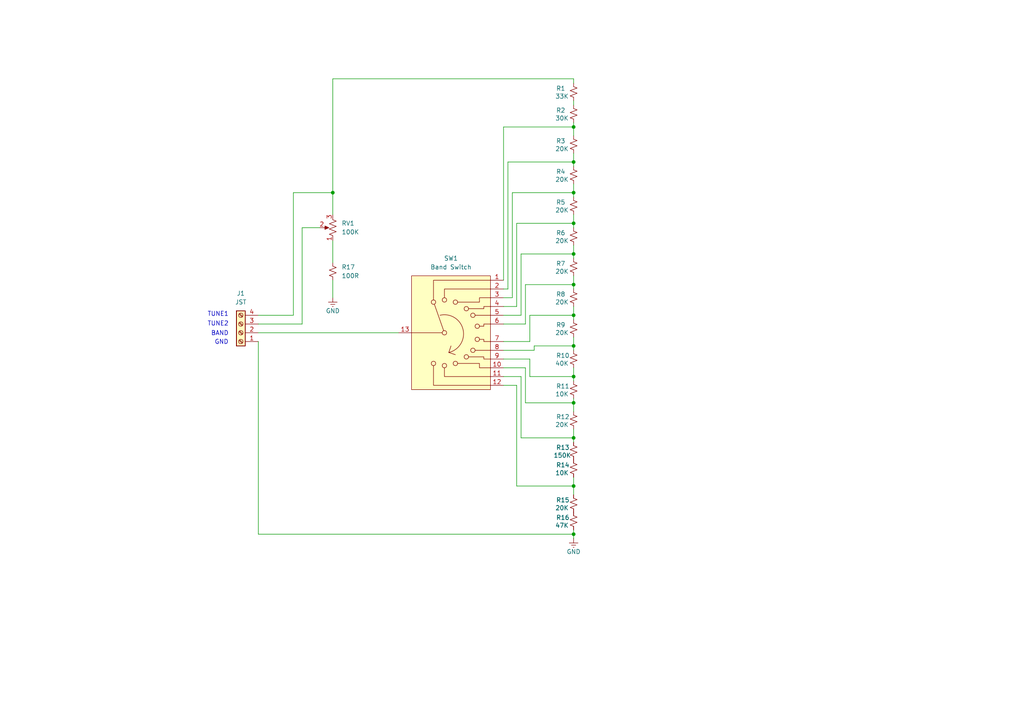
<source format=kicad_sch>
(kicad_sch (version 20231120) (generator "eeschema") (generator_version "8.0")
  (paper "A4")
  (lib_symbols
    (symbol "Connector:Screw_Terminal_01x04" (pin_names (offset 1.016) hide)
      (property "Reference" "J" (at 0 5.08 0))
      (property "Value" "Screw_Terminal_01x04" (at 0 -7.62 0))
      (symbol "Screw_Terminal_01x04_1_1"
        (rectangle (start -1.27 3.81) (end 1.27 -6.35) (stroke (width 0.254)) (fill (type background)))
        (circle (center 0 -5.08) (radius 0.635) (stroke (width 0.1524)))
        (circle (center 0 -2.54) (radius 0.635) (stroke (width 0.1524)))
        (polyline (pts (xy -0.5334 -4.7498) (xy 0.3302 -5.588)) (stroke (width 0.1524)))
        (polyline (pts (xy -0.5334 -2.2098) (xy 0.3302 -3.048)) (stroke (width 0.1524)))
        (polyline (pts (xy -0.5334 0.3302) (xy 0.3302 -0.508)) (stroke (width 0.1524)))
        (polyline (pts (xy -0.5334 2.8702) (xy 0.3302 2.032)) (stroke (width 0.1524)))
        (polyline (pts (xy -0.3556 -4.572) (xy 0.508 -5.4102)) (stroke (width 0.1524)))
        (polyline (pts (xy -0.3556 -2.032) (xy 0.508 -2.8702)) (stroke (width 0.1524)))
        (polyline (pts (xy -0.3556 0.508) (xy 0.508 -0.3302)) (stroke (width 0.1524)))
        (polyline (pts (xy -0.3556 3.048) (xy 0.508 2.2098)) (stroke (width 0.1524)))
        (circle (center 0 0) (radius 0.635) (stroke (width 0.1524)))
        (circle (center 0 2.54) (radius 0.635) (stroke (width 0.1524)))
        (pin passive line (at -5.08 2.54 0) (length 3.81) (name "Pin_1") (number "1"))
        (pin passive line (at -5.08 0 0) (length 3.81) (name "Pin_2") (number "2"))
        (pin passive line (at -5.08 -2.54 0) (length 3.81) (name "Pin_3") (number "3"))
        (pin passive line (at -5.08 -5.08 0) (length 3.81) (name "Pin_4") (number "4"))
      )
    )
    (symbol "Device:R_Potentiometer_US" (pin_names (offset 1.016) hide)
      (property "Reference" "RV" (at -4.445 0 90))
      (property "Value" "R_Potentiometer_US" (at -2.54 0 90))
      (symbol "R_Potentiometer_US_0_1"
        (polyline (pts (xy 0 -2.286) (xy 0 -2.54)))
        (polyline (pts (xy 0 2.54) (xy 0 2.286)))
        (polyline (pts (xy 2.54 0) (xy 1.524 0)))
        (polyline (pts (xy 1.143 0) (xy 2.286 0.508) (xy 2.286 -0.508) (xy 1.143 0)) (fill (type outline)))
        (polyline (pts (xy 0 -0.762) (xy 1.016 -1.143) (xy 0 -1.524) (xy -1.016 -1.905) (xy 0 -2.286)))
        (polyline (pts (xy 0 0.762) (xy 1.016 0.381) (xy 0 0) (xy -1.016 -0.381) (xy 0 -0.762)))
        (polyline (pts (xy 0 2.286) (xy 1.016 1.905) (xy 0 1.524) (xy -1.016 1.143) (xy 0 0.762)))
      )
      (symbol "R_Potentiometer_US_1_1"
        (pin passive line (at 0 3.81 270) (length 1.27) (name "1") (number "1"))
        (pin passive line (at 3.81 0 180) (length 1.27) (name "2") (number "2"))
        (pin passive line (at 0 -3.81 90) (length 1.27) (name "3") (number "3"))
      )
    )
    (symbol "Device:R_Small_US" (pin_numbers hide) (pin_names (offset 0.254) hide)
      (property "Reference" "R" (at 0.762 0.508 0))
      (property "Value" "R_Small_US" (at 0.762 -1.016 0))
      (symbol "R_Small_US_1_1"
        (polyline (pts (xy 0 0) (xy 1.016 -0.381) (xy 0 -0.762) (xy -1.016 -1.143) (xy 0 -1.524)))
        (polyline (pts (xy 0 1.524) (xy 1.016 1.143) (xy 0 0.762) (xy -1.016 0.381) (xy 0 0)))
        (pin passive line (at 0 2.54 270) (length 1.016) (name "~") (number "1"))
        (pin passive line (at 0 -2.54 90) (length 1.016) (name "~") (number "2"))
      )
    )
    (symbol "Switch:SW_Rotary_1x12" (pin_names (offset 1.016) hide)
      (property "Reference" "SW" (at 0 17.78 0))
      (property "Value" "SW_Rotary_1x12" (at 0 -17.78 0))
      (symbol "SW_Rotary_1x12_0_0"
        (circle (center -5.08 -8.89) (radius 0.635))
        (circle (center -5.08 8.89) (radius 0.635))
        (circle (center -1.905 -9.525) (radius 0.635))
        (circle (center -1.905 0) (radius 0.635))
        (circle (center -1.905 9.525) (radius 0.635))
        (arc (start -0.635 -5.715) (mid 3.4777 0.949) (end -3.175 5.08))
        (polyline (pts (xy -2.1336 0.6096) (xy -4.826 8.2804)))
        (polyline (pts (xy -0.635 -5.715) (xy 0 -3.81)))
        (polyline (pts (xy -0.635 -5.715) (xy 1.27 -6.35)))
        (polyline (pts (xy 6.985 -5.08) (xy 11.43 -5.08)))
        (polyline (pts (xy 6.985 5.08) (xy 11.43 5.08)))
        (polyline (pts (xy -5.08 -9.525) (xy -5.08 -15.24) (xy 11.43 -15.24)))
        (polyline (pts (xy -5.08 9.525) (xy -5.08 15.24) (xy 11.43 15.24)))
        (polyline (pts (xy -1.905 -10.16) (xy -1.905 -12.7) (xy 11.43 -12.7)))
        (polyline (pts (xy -1.905 10.16) (xy -1.905 12.7) (xy 11.43 12.7)))
        (polyline (pts (xy 1.905 -8.89) (xy 8.255 -8.89) (xy 8.255 -10.16) (xy 11.43 -10.16)))
        (polyline (pts (xy 1.905 8.89) (xy 8.255 8.89) (xy 8.255 10.16) (xy 11.43 10.16)))
        (polyline (pts (xy 5.08 -6.985) (xy 9.525 -6.985) (xy 9.525 -7.62) (xy 11.43 -7.62)))
        (polyline (pts (xy 5.08 6.985) (xy 9.525 6.985) (xy 9.525 7.62) (xy 11.43 7.62)))
        (polyline (pts (xy 8.255 -1.905) (xy 9.525 -1.905) (xy 9.525 -2.54) (xy 11.43 -2.54)))
        (polyline (pts (xy 8.255 1.905) (xy 9.525 1.905) (xy 9.525 2.54) (xy 11.43 2.54)))
        (circle (center 1.27 -8.89) (radius 0.635))
        (circle (center 1.27 8.89) (radius 0.635))
        (circle (center 4.445 -6.985) (radius 0.635))
        (circle (center 4.445 6.985) (radius 0.635))
        (circle (center 6.35 -5.08) (radius 0.635))
        (circle (center 6.35 5.08) (radius 0.635))
        (circle (center 7.62 -1.905) (radius 0.635))
        (circle (center 7.62 1.905) (radius 0.635))
      )
      (symbol "SW_Rotary_1x12_1_1"
        (rectangle (start -11.43 16.51) (end 11.43 -16.51) (fill (type background)))
        (polyline (pts (xy -11.43 0) (xy -2.54 0)))
        (pin passive line (at 15.24 15.24 180) (length 3.81) (name "1") (number "1"))
        (pin passive line (at 15.24 -10.16 180) (length 3.81) (name "10") (number "10"))
        (pin passive line (at 15.24 -12.7 180) (length 3.81) (name "11") (number "11"))
        (pin passive line (at 15.24 -15.24 180) (length 3.81) (name "12") (number "12"))
        (pin passive line (at -15.24 0 0) (length 3.81) (name "13") (number "13"))
        (pin passive line (at 15.24 12.7 180) (length 3.81) (name "2") (number "2"))
        (pin passive line (at 15.24 10.16 180) (length 3.81) (name "3") (number "3"))
        (pin passive line (at 15.24 7.62 180) (length 3.81) (name "4") (number "4"))
        (pin passive line (at 15.24 5.08 180) (length 3.81) (name "5") (number "5"))
        (pin passive line (at 15.24 2.54 180) (length 3.81) (name "6") (number "6"))
        (pin passive line (at 15.24 -2.54 180) (length 3.81) (name "7") (number "7"))
        (pin passive line (at 15.24 -5.08 180) (length 3.81) (name "8") (number "8"))
        (pin passive line (at 15.24 -7.62 180) (length 3.81) (name "9") (number "9"))
      )
    )
    (symbol "power:GNDREF" (power) (pin_numbers hide) (pin_names (offset 0) hide)
      (property "Value" "GNDREF" (at 0 -3.81 0))
      (symbol "GNDREF_0_1"
        (polyline (pts (xy -0.635 -1.905) (xy 0.635 -1.905)))
        (polyline (pts (xy -0.127 -2.54) (xy 0.127 -2.54)))
        (polyline (pts (xy 0 -1.27) (xy 0 0)))
        (polyline (pts (xy 1.27 -1.27) (xy -1.27 -1.27)))
      )
      (symbol "GNDREF_1_1"
        (pin power_in line (at 0 0 270) (length 0) (name "~") (number "1"))
      )
    )
  )
  (junction (at 166.37 116.84))
  (junction (at 166.37 46.99))
  (junction (at 166.37 64.77))
  (junction (at 166.37 91.44))
  (junction (at 166.37 154.94))
  (junction (at 166.37 140.97))
  (junction (at 166.37 55.88))
  (junction (at 166.37 36.83))
  (junction (at 166.37 109.22))
  (junction (at 96.52 55.88))
  (junction (at 166.37 127))
  (junction (at 166.37 73.66))
  (junction (at 166.37 100.33))
  (junction (at 166.37 82.55))
  (wire (pts (xy 166.37 88.9) (xy 166.37 91.44)))
  (wire (pts (xy 154.94 100.33) (xy 154.94 101.6)))
  (wire (pts (xy 166.37 62.23) (xy 166.37 64.77)))
  (wire (pts (xy 153.67 99.06) (xy 153.67 91.44)))
  (wire (pts (xy 166.37 140.97) (xy 166.37 143.51)))
  (wire (pts (xy 85.09 55.88) (xy 96.52 55.88)))
  (wire (pts (xy 146.05 109.22) (xy 151.13 109.22)))
  (wire (pts (xy 146.05 93.98) (xy 152.4 93.98)))
  (wire (pts (xy 151.13 109.22) (xy 151.13 127)))
  (wire (pts (xy 146.05 86.36) (xy 148.59 86.36)))
  (wire (pts (xy 166.37 82.55) (xy 166.37 83.82)))
  (wire (pts (xy 154.94 100.33) (xy 166.37 100.33)))
  (wire (pts (xy 74.93 154.94) (xy 166.37 154.94)))
  (wire (pts (xy 149.86 64.77) (xy 149.86 88.9)))
  (wire (pts (xy 166.37 22.86) (xy 166.37 24.13)))
  (wire (pts (xy 166.37 127) (xy 166.37 128.27)))
  (wire (pts (xy 146.05 36.83) (xy 146.05 81.28)))
  (wire (pts (xy 166.37 71.12) (xy 166.37 73.66)))
  (wire (pts (xy 166.37 153.67) (xy 166.37 154.94)))
  (wire (pts (xy 149.86 140.97) (xy 166.37 140.97)))
  (wire (pts (xy 87.63 66.04) (xy 87.63 93.98)))
  (wire (pts (xy 148.59 55.88) (xy 148.59 86.36)))
  (wire (pts (xy 166.37 154.94) (xy 166.37 156.21)))
  (wire (pts (xy 146.05 104.14) (xy 153.67 104.14)))
  (wire (pts (xy 166.37 124.46) (xy 166.37 127)))
  (wire (pts (xy 166.37 138.43) (xy 166.37 140.97)))
  (wire (pts (xy 151.13 127) (xy 166.37 127)))
  (wire (pts (xy 146.05 83.82) (xy 147.32 83.82)))
  (wire (pts (xy 146.05 111.76) (xy 149.86 111.76)))
  (wire (pts (xy 152.4 106.68) (xy 152.4 116.84)))
  (wire (pts (xy 166.37 36.83) (xy 166.37 39.37)))
  (wire (pts (xy 166.37 80.01) (xy 166.37 82.55)))
  (wire (pts (xy 146.05 88.9) (xy 149.86 88.9)))
  (wire (pts (xy 166.37 64.77) (xy 166.37 66.04)))
  (wire (pts (xy 166.37 53.34) (xy 166.37 55.88)))
  (wire (pts (xy 166.37 44.45) (xy 166.37 46.99)))
  (wire (pts (xy 166.37 30.48) (xy 166.37 29.21)))
  (wire (pts (xy 166.37 109.22) (xy 166.37 110.49)))
  (wire (pts (xy 166.37 97.79) (xy 166.37 100.33)))
  (wire (pts (xy 153.67 91.44) (xy 166.37 91.44)))
  (wire (pts (xy 87.63 93.98) (xy 74.93 93.98)))
  (wire (pts (xy 147.32 46.99) (xy 147.32 83.82)))
  (wire (pts (xy 166.37 73.66) (xy 166.37 74.93)))
  (wire (pts (xy 152.4 82.55) (xy 166.37 82.55)))
  (wire (pts (xy 152.4 116.84) (xy 166.37 116.84)))
  (wire (pts (xy 146.05 99.06) (xy 153.67 99.06)))
  (wire (pts (xy 146.05 91.44) (xy 151.13 91.44)))
  (wire (pts (xy 149.86 111.76) (xy 149.86 140.97)))
  (wire (pts (xy 85.09 91.44) (xy 85.09 55.88)))
  (wire (pts (xy 152.4 82.55) (xy 152.4 93.98)))
  (wire (pts (xy 151.13 73.66) (xy 166.37 73.66)))
  (wire (pts (xy 96.52 81.28) (xy 96.52 86.36)))
  (wire (pts (xy 166.37 55.88) (xy 166.37 57.15)))
  (wire (pts (xy 166.37 106.68) (xy 166.37 109.22)))
  (wire (pts (xy 96.52 55.88) (xy 96.52 62.23)))
  (wire (pts (xy 166.37 35.56) (xy 166.37 36.83)))
  (wire (pts (xy 96.52 69.85) (xy 96.52 76.2)))
  (wire (pts (xy 74.93 99.06) (xy 74.93 154.94)))
  (wire (pts (xy 147.32 46.99) (xy 166.37 46.99)))
  (wire (pts (xy 149.86 64.77) (xy 166.37 64.77)))
  (wire (pts (xy 153.67 104.14) (xy 153.67 109.22)))
  (wire (pts (xy 166.37 115.57) (xy 166.37 116.84)))
  (wire (pts (xy 146.05 101.6) (xy 154.94 101.6)))
  (wire (pts (xy 96.52 55.88) (xy 96.52 22.86)))
  (wire (pts (xy 166.37 46.99) (xy 166.37 48.26)))
  (wire (pts (xy 166.37 100.33) (xy 166.37 101.6)))
  (wire (pts (xy 148.59 55.88) (xy 166.37 55.88)))
  (wire (pts (xy 146.05 106.68) (xy 152.4 106.68)))
  (wire (pts (xy 92.71 66.04) (xy 87.63 66.04)))
  (wire (pts (xy 74.93 96.52) (xy 115.57 96.52)))
  (wire (pts (xy 166.37 91.44) (xy 166.37 92.71)))
  (wire (pts (xy 151.13 73.66) (xy 151.13 91.44)))
  (wire (pts (xy 74.93 91.44) (xy 85.09 91.44)))
  (wire (pts (xy 153.67 109.22) (xy 166.37 109.22)))
  (wire (pts (xy 96.52 22.86) (xy 166.37 22.86)))
  (wire (pts (xy 146.05 36.83) (xy 166.37 36.83)))
  (wire (pts (xy 166.37 116.84) (xy 166.37 119.38)))
  (text "TUNE2" (at 63.246 93.98 0) (effects (font (size 1.27 1.27))))
  (text "TUNE1" (at 63.246 91.186 0) (effects (font (size 1.27 1.27))))
  (text "BAND" (at 63.754 96.774 0) (effects (font (size 1.27 1.27))))
  (text "GND" (at 64.262 99.314 0) (effects (font (size 1.27 1.27))))
  (symbol (lib_id "Device:R_Small_US") (at 96.52 78.74 0) (unit 1)
    (property "Reference" "R17" (at 99.06 77.4699 0) (effects (justify left)))
    (property "Value" "100R" (at 99.06 80.0099 0) (effects (justify left)))
    (property "Description" "Resistor, small US symbol" (effects (hide yes)))
  )
  (symbol (lib_id "Device:R_Small_US") (at 166.37 26.67 0) (unit 1)
    (property "Reference" "R1" (at 161.29 25.654 0) (effects (justify left)))
    (property "Value" "33K" (at 161.036 27.94 0) (effects (justify left)))
    (property "Footprint" "Resistor_THT:R_Axial_DIN0207_L6.3mm_D2.5mm_P10.16mm_Horizontal" (effects (hide yes)))
    (property "Description" "Resistor, small US symbol" (effects (hide yes)))
  )
  (symbol (lib_id "Device:R_Small_US") (at 166.37 146.05 0) (unit 1)
    (property "Reference" "R15" (at 161.29 145.034 0) (effects (justify left)))
    (property "Value" "20K" (at 161.036 147.32 0) (effects (justify left)))
    (property "Footprint" "Resistor_THT:R_Axial_DIN0207_L6.3mm_D2.5mm_P10.16mm_Horizontal" (effects (hide yes)))
    (property "Description" "Resistor, small US symbol" (effects (hide yes)))
  )
  (symbol (lib_id "Device:R_Small_US") (at 166.37 86.36 0) (unit 1)
    (property "Reference" "R8" (at 161.29 85.344 0) (effects (justify left)))
    (property "Value" "20K" (at 161.036 87.63 0) (effects (justify left)))
    (property "Footprint" "Resistor_THT:R_Axial_DIN0207_L6.3mm_D2.5mm_P10.16mm_Horizontal" (effects (hide yes)))
    (property "Description" "Resistor, small US symbol" (effects (hide yes)))
  )
  (symbol (lib_id "Device:R_Small_US") (at 166.37 113.03 0) (unit 1)
    (property "Reference" "R11" (at 161.29 112.014 0) (effects (justify left)))
    (property "Value" "10K" (at 161.036 114.3 0) (effects (justify left)))
    (property "Footprint" "Resistor_THT:R_Axial_DIN0207_L6.3mm_D2.5mm_P10.16mm_Horizontal" (effects (hide yes)))
    (property "Description" "Resistor, small US symbol" (effects (hide yes)))
  )
  (symbol (lib_id "Device:R_Small_US") (at 166.37 151.13 0) (unit 1)
    (property "Reference" "R16" (at 161.29 150.114 0) (effects (justify left)))
    (property "Value" "47K" (at 161.036 152.4 0) (effects (justify left)))
    (property "Footprint" "Resistor_THT:R_Axial_DIN0207_L6.3mm_D2.5mm_P10.16mm_Horizontal" (effects (hide yes)))
    (property "Description" "Resistor, small US symbol" (effects (hide yes)))
  )
  (symbol (lib_id "Device:R_Small_US") (at 166.37 135.89 0) (unit 1)
    (property "Reference" "R14" (at 161.29 134.874 0) (effects (justify left)))
    (property "Value" "10K" (at 161.036 137.16 0) (effects (justify left)))
    (property "Footprint" "Resistor_THT:R_Axial_DIN0207_L6.3mm_D2.5mm_P10.16mm_Horizontal" (effects (hide yes)))
    (property "Description" "Resistor, small US symbol" (effects (hide yes)))
  )
  (symbol (lib_id "Device:R_Small_US") (at 166.37 59.69 0) (unit 1)
    (property "Reference" "R5" (at 161.29 58.674 0) (effects (justify left)))
    (property "Value" "20K" (at 161.036 60.96 0) (effects (justify left)))
    (property "Footprint" "Resistor_THT:R_Axial_DIN0207_L6.3mm_D2.5mm_P10.16mm_Horizontal" (effects (hide yes)))
    (property "Description" "Resistor, small US symbol" (effects (hide yes)))
  )
  (symbol (lib_id "Device:R_Small_US") (at 166.37 95.25 0) (unit 1)
    (property "Reference" "R9" (at 161.29 94.234 0) (effects (justify left)))
    (property "Value" "20K" (at 161.036 96.52 0) (effects (justify left)))
    (property "Footprint" "Resistor_THT:R_Axial_DIN0207_L6.3mm_D2.5mm_P10.16mm_Horizontal" (effects (hide yes)))
    (property "Description" "Resistor, small US symbol" (effects (hide yes)))
  )
  (symbol (lib_id "Device:R_Small_US") (at 166.37 68.58 0) (unit 1)
    (property "Reference" "R6" (at 161.29 67.564 0) (effects (justify left)))
    (property "Value" "20K" (at 161.036 69.85 0) (effects (justify left)))
    (property "Footprint" "Resistor_THT:R_Axial_DIN0207_L6.3mm_D2.5mm_P10.16mm_Horizontal" (effects (hide yes)))
    (property "Description" "Resistor, small US symbol" (effects (hide yes)))
  )
  (symbol (lib_id "Connector:Screw_Terminal_01x04") (at 69.85 96.52 180) (unit 1)
    (property "Reference" "J1" (at 69.85 85.09 0))
    (property "Value" "JST" (at 69.85 87.63 0))
    (property "Description" "Generic screw terminal, single row, 01x04, script generated (kicad-library-utils/schlib/autogen/connector/)" (effects (hide yes)))
  )
  (symbol (lib_id "Device:R_Small_US") (at 166.37 41.91 0) (unit 1)
    (property "Reference" "R3" (at 161.29 40.894 0) (effects (justify left)))
    (property "Value" "20K" (at 161.036 43.18 0) (effects (justify left)))
    (property "Footprint" "Resistor_THT:R_Axial_DIN0207_L6.3mm_D2.5mm_P10.16mm_Horizontal" (effects (hide yes)))
    (property "Description" "Resistor, small US symbol" (effects (hide yes)))
  )
  (symbol (lib_id "Device:R_Small_US") (at 166.37 121.92 0) (unit 1)
    (property "Reference" "R12" (at 161.29 120.904 0) (effects (justify left)))
    (property "Value" "20K" (at 161.036 123.19 0) (effects (justify left)))
    (property "Footprint" "Resistor_THT:R_Axial_DIN0207_L6.3mm_D2.5mm_P10.16mm_Horizontal" (effects (hide yes)))
    (property "Description" "Resistor, small US symbol" (effects (hide yes)))
  )
  (symbol (lib_id "Device:R_Small_US") (at 166.37 130.81 0) (unit 1)
    (property "Reference" "R13" (at 161.29 129.794 0) (effects (justify left)))
    (property "Value" "150K" (at 160.528 132.08 0) (effects (justify left)))
    (property "Footprint" "Resistor_THT:R_Axial_DIN0207_L6.3mm_D2.5mm_P10.16mm_Horizontal" (effects (hide yes)))
    (property "Description" "Resistor, small US symbol" (effects (hide yes)))
  )
  (symbol (lib_id "power:GNDREF") (at 96.52 86.36 0) (unit 1)
    (property "Reference" "#PWR02" (effects (hide yes)))
    (property "Value" "GND" (at 96.52 90.17 0))
    (property "Description" "Power symbol creates a global label with name \"GNDREF\" , reference supply ground" (effects (hide yes)))
  )
  (symbol (lib_id "Device:R_Small_US") (at 166.37 104.14 0) (unit 1)
    (property "Reference" "R10" (at 161.29 103.124 0) (effects (justify left)))
    (property "Value" "40K" (at 161.036 105.41 0) (effects (justify left)))
    (property "Footprint" "Resistor_THT:R_Axial_DIN0207_L6.3mm_D2.5mm_P10.16mm_Horizontal" (effects (hide yes)))
    (property "Description" "Resistor, small US symbol" (effects (hide yes)))
  )
  (symbol (lib_id "Device:R_Small_US") (at 166.37 50.8 0) (unit 1)
    (property "Reference" "R4" (at 161.29 49.784 0) (effects (justify left)))
    (property "Value" "20K" (at 161.036 52.07 0) (effects (justify left)))
    (property "Footprint" "Resistor_THT:R_Axial_DIN0207_L6.3mm_D2.5mm_P10.16mm_Horizontal" (effects (hide yes)))
    (property "Description" "Resistor, small US symbol" (effects (hide yes)))
  )
  (symbol (lib_id "Device:R_Potentiometer_US") (at 96.52 66.04 180) (unit 1)
    (property "Reference" "RV1" (at 99.06 64.7699 0) (effects (justify right)))
    (property "Value" "100K" (at 99.06 67.3099 0) (effects (justify right)))
    (property "Description" "Potentiometer, US symbol" (effects (hide yes)))
  )
  (symbol (lib_id "Device:R_Small_US") (at 166.37 77.47 0) (unit 1)
    (property "Reference" "R7" (at 161.29 76.454 0) (effects (justify left)))
    (property "Value" "20K" (at 161.036 78.74 0) (effects (justify left)))
    (property "Footprint" "Resistor_THT:R_Axial_DIN0207_L6.3mm_D2.5mm_P10.16mm_Horizontal" (effects (hide yes)))
    (property "Description" "Resistor, small US symbol" (effects (hide yes)))
  )
  (symbol (lib_id "Device:R_Small_US") (at 166.37 33.02 0) (unit 1)
    (property "Reference" "R2" (at 161.29 32.004 0) (effects (justify left)))
    (property "Value" "30K" (at 161.036 34.29 0) (effects (justify left)))
    (property "Footprint" "Resistor_THT:R_Axial_DIN0207_L6.3mm_D2.5mm_P10.16mm_Horizontal" (effects (hide yes)))
    (property "Description" "Resistor, small US symbol" (effects (hide yes)))
  )
  (symbol (lib_id "power:GNDREF") (at 166.37 156.21 0) (unit 1)
    (property "Reference" "#PWR01" (effects (hide yes)))
    (property "Value" "GND" (at 166.37 160.02 0))
    (property "Description" "Power symbol creates a global label with name \"GNDREF\" , reference supply ground" (effects (hide yes)))
  )
  (symbol (lib_id "Switch:SW_Rotary_1x12") (at 130.81 96.52 0) (unit 1)
    (property "Reference" "SW1" (at 130.81 74.93 0))
    (property "Value" "Band Switch" (at 130.81 77.47 0))
    (property "Footprint" "Connector_JST:JST_XH_S13B-XH-A_1x13_P2.50mm_Horizontal" (effects (hide yes)))
    (property "Datasheet" "http://cdn-reichelt.de/documents/datenblatt/C200/DS-Serie%23LOR.pdf" (effects (hide yes)))
    (property "Description" "rotary switch with 12 positions" (effects (hide yes)))
    (property "Note" "From Band Selector" (effects (hide yes)))
  )
)
</source>
